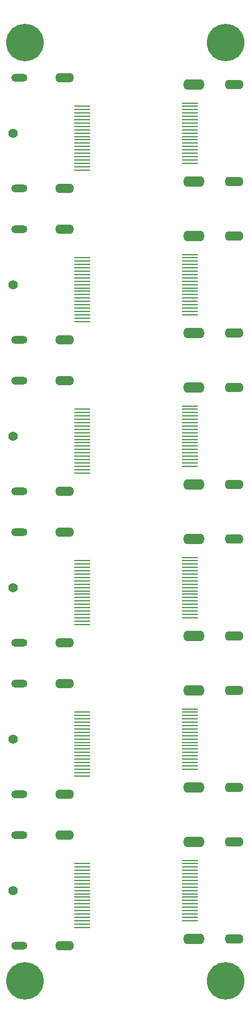
<source format=gbr>
%TF.GenerationSoftware,KiCad,Pcbnew,(6.0.4-0)*%
%TF.CreationDate,2022-07-15T02:34:08+01:00*%
%TF.ProjectId,pc070_aida_hdmi_dp,70633037-305f-4616-9964-615f68646d69,rev?*%
%TF.SameCoordinates,Original*%
%TF.FileFunction,Soldermask,Top*%
%TF.FilePolarity,Negative*%
%FSLAX46Y46*%
G04 Gerber Fmt 4.6, Leading zero omitted, Abs format (unit mm)*
G04 Created by KiCad (PCBNEW (6.0.4-0)) date 2022-07-15 02:34:08*
%MOMM*%
%LPD*%
G01*
G04 APERTURE LIST*
%ADD10R,2.350000X0.280000*%
%ADD11O,3.200000X1.600000*%
%ADD12O,2.820000X1.410000*%
%ADD13C,3.600000*%
%ADD14C,5.600000*%
%ADD15C,1.400000*%
%ADD16R,2.400000X0.280000*%
%ADD17O,2.800000X1.400000*%
%ADD18O,2.400000X1.200000*%
G04 APERTURE END LIST*
D10*
%TO.C,J12*%
X99675000Y-167015000D03*
X99675000Y-167515000D03*
X99675000Y-168015000D03*
X99675000Y-168515000D03*
X99675000Y-169015000D03*
X99675000Y-169515000D03*
X99675000Y-170015000D03*
X99675000Y-170515000D03*
X99675000Y-171015000D03*
X99675000Y-171515000D03*
X99675000Y-172015000D03*
X99675000Y-172515000D03*
X99675000Y-173015000D03*
X99675000Y-173515000D03*
X99675000Y-174015000D03*
X99675000Y-174515000D03*
X99675000Y-175015000D03*
X99675000Y-175515000D03*
X99675000Y-176015000D03*
D11*
X100300000Y-178765000D03*
X100300000Y-164265000D03*
D12*
X106260000Y-178765000D03*
X106260000Y-164265000D03*
%TD*%
D10*
%TO.C,J10*%
X99675000Y-144409000D03*
X99675000Y-144909000D03*
X99675000Y-145409000D03*
X99675000Y-145909000D03*
X99675000Y-146409000D03*
X99675000Y-146909000D03*
X99675000Y-147409000D03*
X99675000Y-147909000D03*
X99675000Y-148409000D03*
X99675000Y-148909000D03*
X99675000Y-149409000D03*
X99675000Y-149909000D03*
X99675000Y-150409000D03*
X99675000Y-150909000D03*
X99675000Y-151409000D03*
X99675000Y-151909000D03*
X99675000Y-152409000D03*
X99675000Y-152909000D03*
X99675000Y-153409000D03*
D11*
X100300000Y-156159000D03*
X100300000Y-141659000D03*
D12*
X106260000Y-156159000D03*
X106260000Y-141659000D03*
%TD*%
D10*
%TO.C,J8*%
X99675000Y-121803000D03*
X99675000Y-122303000D03*
X99675000Y-122803000D03*
X99675000Y-123303000D03*
X99675000Y-123803000D03*
X99675000Y-124303000D03*
X99675000Y-124803000D03*
X99675000Y-125303000D03*
X99675000Y-125803000D03*
X99675000Y-126303000D03*
X99675000Y-126803000D03*
X99675000Y-127303000D03*
X99675000Y-127803000D03*
X99675000Y-128303000D03*
X99675000Y-128803000D03*
X99675000Y-129303000D03*
X99675000Y-129803000D03*
X99675000Y-130303000D03*
X99675000Y-130803000D03*
D11*
X100300000Y-133553000D03*
X100300000Y-119053000D03*
D12*
X106260000Y-133553000D03*
X106260000Y-119053000D03*
%TD*%
D10*
%TO.C,J6*%
X99675000Y-99197000D03*
X99675000Y-99697000D03*
X99675000Y-100197000D03*
X99675000Y-100697000D03*
X99675000Y-101197000D03*
X99675000Y-101697000D03*
X99675000Y-102197000D03*
X99675000Y-102697000D03*
X99675000Y-103197000D03*
X99675000Y-103697000D03*
X99675000Y-104197000D03*
X99675000Y-104697000D03*
X99675000Y-105197000D03*
X99675000Y-105697000D03*
X99675000Y-106197000D03*
X99675000Y-106697000D03*
X99675000Y-107197000D03*
X99675000Y-107697000D03*
X99675000Y-108197000D03*
D11*
X100300000Y-110947000D03*
X100300000Y-96447000D03*
D12*
X106260000Y-110947000D03*
X106260000Y-96447000D03*
%TD*%
D10*
%TO.C,J4*%
X99675000Y-76591000D03*
X99675000Y-77091000D03*
X99675000Y-77591000D03*
X99675000Y-78091000D03*
X99675000Y-78591000D03*
X99675000Y-79091000D03*
X99675000Y-79591000D03*
X99675000Y-80091000D03*
X99675000Y-80591000D03*
X99675000Y-81091000D03*
X99675000Y-81591000D03*
X99675000Y-82091000D03*
X99675000Y-82591000D03*
X99675000Y-83091000D03*
X99675000Y-83591000D03*
X99675000Y-84091000D03*
X99675000Y-84591000D03*
X99675000Y-85091000D03*
X99675000Y-85591000D03*
D11*
X100300000Y-88341000D03*
X100300000Y-73841000D03*
D12*
X106260000Y-88341000D03*
X106260000Y-73841000D03*
%TD*%
D10*
%TO.C,J2*%
X99675000Y-53985000D03*
X99675000Y-54485000D03*
X99675000Y-54985000D03*
X99675000Y-55485000D03*
X99675000Y-55985000D03*
X99675000Y-56485000D03*
X99675000Y-56985000D03*
X99675000Y-57485000D03*
X99675000Y-57985000D03*
X99675000Y-58485000D03*
X99675000Y-58985000D03*
X99675000Y-59485000D03*
X99675000Y-59985000D03*
X99675000Y-60485000D03*
X99675000Y-60985000D03*
X99675000Y-61485000D03*
X99675000Y-61985000D03*
X99675000Y-62485000D03*
X99675000Y-62985000D03*
D11*
X100300000Y-65735000D03*
X100300000Y-51235000D03*
D12*
X106260000Y-65735000D03*
X106260000Y-51235000D03*
%TD*%
D13*
%TO.C,H4*%
X75000000Y-185000000D03*
D14*
X75000000Y-185000000D03*
%TD*%
D13*
%TO.C,H3*%
X105000000Y-185000000D03*
D14*
X105000000Y-185000000D03*
%TD*%
D13*
%TO.C,H2*%
X105000000Y-45000000D03*
D14*
X105000000Y-45000000D03*
%TD*%
D13*
%TO.C,H1*%
X75000000Y-45000000D03*
D14*
X75000000Y-45000000D03*
%TD*%
D15*
%TO.C,J11*%
X73280000Y-171515000D03*
D16*
X83560000Y-177015000D03*
X83560000Y-176515000D03*
X83560000Y-176015000D03*
X83560000Y-175515000D03*
X83560000Y-175015000D03*
X83560000Y-174515000D03*
X83560000Y-174015000D03*
X83560000Y-173515000D03*
X83560000Y-173015000D03*
X83560000Y-172515000D03*
X83560000Y-172015000D03*
X83560000Y-171515000D03*
X83560000Y-171015000D03*
X83560000Y-170515000D03*
X83560000Y-170015000D03*
X83560000Y-169515000D03*
X83560000Y-169015000D03*
X83560000Y-168515000D03*
X83560000Y-168015000D03*
X83560000Y-167515000D03*
D17*
X80960000Y-163265000D03*
X80960000Y-179765000D03*
D18*
X74180000Y-163265000D03*
X74180000Y-179765000D03*
%TD*%
D15*
%TO.C,J9*%
X73280000Y-148909000D03*
D16*
X83560000Y-154409000D03*
X83560000Y-153909000D03*
X83560000Y-153409000D03*
X83560000Y-152909000D03*
X83560000Y-152409000D03*
X83560000Y-151909000D03*
X83560000Y-151409000D03*
X83560000Y-150909000D03*
X83560000Y-150409000D03*
X83560000Y-149909000D03*
X83560000Y-149409000D03*
X83560000Y-148909000D03*
X83560000Y-148409000D03*
X83560000Y-147909000D03*
X83560000Y-147409000D03*
X83560000Y-146909000D03*
X83560000Y-146409000D03*
X83560000Y-145909000D03*
X83560000Y-145409000D03*
X83560000Y-144909000D03*
D17*
X80960000Y-140659000D03*
X80960000Y-157159000D03*
D18*
X74180000Y-140659000D03*
X74180000Y-157159000D03*
%TD*%
D15*
%TO.C,J7*%
X73280000Y-126303000D03*
D16*
X83560000Y-131803000D03*
X83560000Y-131303000D03*
X83560000Y-130803000D03*
X83560000Y-130303000D03*
X83560000Y-129803000D03*
X83560000Y-129303000D03*
X83560000Y-128803000D03*
X83560000Y-128303000D03*
X83560000Y-127803000D03*
X83560000Y-127303000D03*
X83560000Y-126803000D03*
X83560000Y-126303000D03*
X83560000Y-125803000D03*
X83560000Y-125303000D03*
X83560000Y-124803000D03*
X83560000Y-124303000D03*
X83560000Y-123803000D03*
X83560000Y-123303000D03*
X83560000Y-122803000D03*
X83560000Y-122303000D03*
D17*
X80960000Y-118053000D03*
X80960000Y-134553000D03*
D18*
X74180000Y-118053000D03*
X74180000Y-134553000D03*
%TD*%
D15*
%TO.C,J5*%
X73280000Y-103697000D03*
D16*
X83560000Y-109197000D03*
X83560000Y-108697000D03*
X83560000Y-108197000D03*
X83560000Y-107697000D03*
X83560000Y-107197000D03*
X83560000Y-106697000D03*
X83560000Y-106197000D03*
X83560000Y-105697000D03*
X83560000Y-105197000D03*
X83560000Y-104697000D03*
X83560000Y-104197000D03*
X83560000Y-103697000D03*
X83560000Y-103197000D03*
X83560000Y-102697000D03*
X83560000Y-102197000D03*
X83560000Y-101697000D03*
X83560000Y-101197000D03*
X83560000Y-100697000D03*
X83560000Y-100197000D03*
X83560000Y-99697000D03*
D17*
X80960000Y-95447000D03*
X80960000Y-111947000D03*
D18*
X74180000Y-95447000D03*
X74180000Y-111947000D03*
%TD*%
D15*
%TO.C,J3*%
X73280000Y-81091000D03*
D16*
X83560000Y-86591000D03*
X83560000Y-86091000D03*
X83560000Y-85591000D03*
X83560000Y-85091000D03*
X83560000Y-84591000D03*
X83560000Y-84091000D03*
X83560000Y-83591000D03*
X83560000Y-83091000D03*
X83560000Y-82591000D03*
X83560000Y-82091000D03*
X83560000Y-81591000D03*
X83560000Y-81091000D03*
X83560000Y-80591000D03*
X83560000Y-80091000D03*
X83560000Y-79591000D03*
X83560000Y-79091000D03*
X83560000Y-78591000D03*
X83560000Y-78091000D03*
X83560000Y-77591000D03*
X83560000Y-77091000D03*
D17*
X80960000Y-72841000D03*
X80960000Y-89341000D03*
D18*
X74180000Y-72841000D03*
X74180000Y-89341000D03*
%TD*%
D15*
%TO.C,J1*%
X73280000Y-58485000D03*
D16*
X83560000Y-63985000D03*
X83560000Y-63485000D03*
X83560000Y-62985000D03*
X83560000Y-62485000D03*
X83560000Y-61985000D03*
X83560000Y-61485000D03*
X83560000Y-60985000D03*
X83560000Y-60485000D03*
X83560000Y-59985000D03*
X83560000Y-59485000D03*
X83560000Y-58985000D03*
X83560000Y-58485000D03*
X83560000Y-57985000D03*
X83560000Y-57485000D03*
X83560000Y-56985000D03*
X83560000Y-56485000D03*
X83560000Y-55985000D03*
X83560000Y-55485000D03*
X83560000Y-54985000D03*
X83560000Y-54485000D03*
D17*
X80960000Y-50235000D03*
X80960000Y-66735000D03*
D18*
X74180000Y-50235000D03*
X74180000Y-66735000D03*
%TD*%
M02*

</source>
